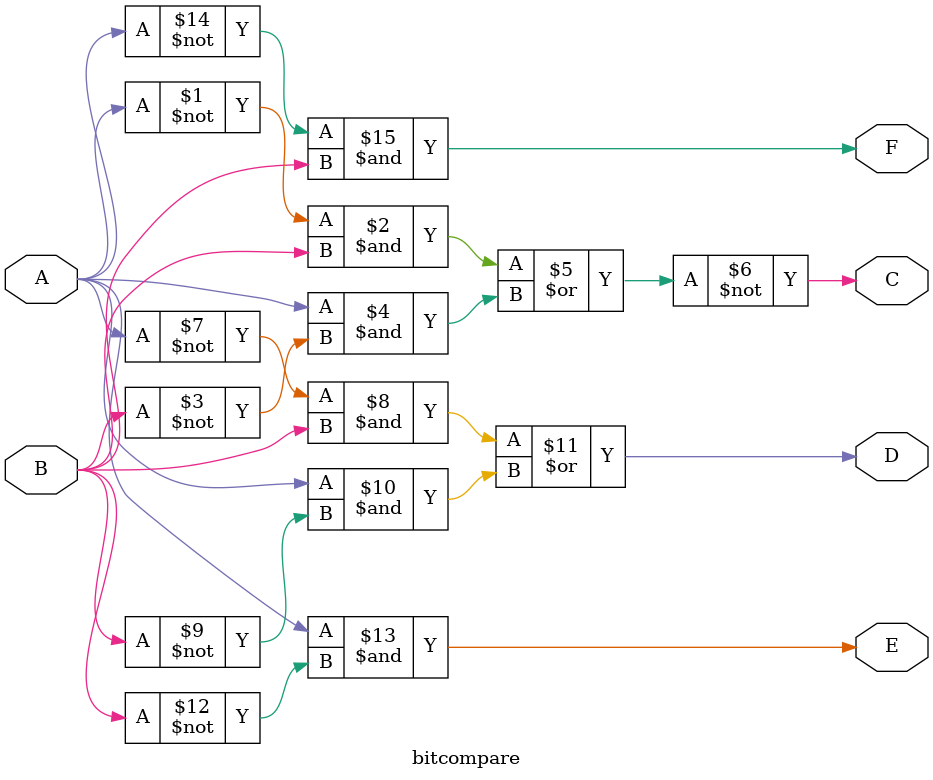
<source format=v>
`timescale 1ns / 1ps


module bitcompare(
    input A,
    input B,
    output C,
    output D,
    output E,
    output F
    );
    
    assign C = ~ ( (~A&B) | (A&~B) );
    assign D = (~A&B) | (A&~B);
    assign E = A&~B;
    assign F = ~A & B;
    
endmodule

</source>
